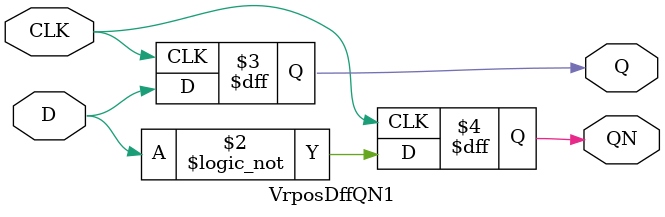
<source format=v>
module VrposDffQN1(CLK, D, Q, QN);
  input CLK, D;
  output Q, QN;
  reg Q, QN;

  always @ (posedge CLK) begin
    Q <= D; QN <= !D;
  end
endmodule

</source>
